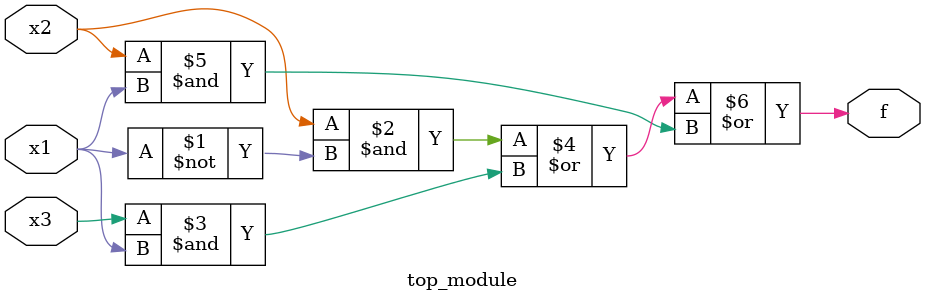
<source format=sv>
module top_module (
    input x3,
    input x2,
    input x1,
    output f
);

assign f = (x2 & ~x1) | (x3 & x1) | (x2 & x1);

endmodule

</source>
